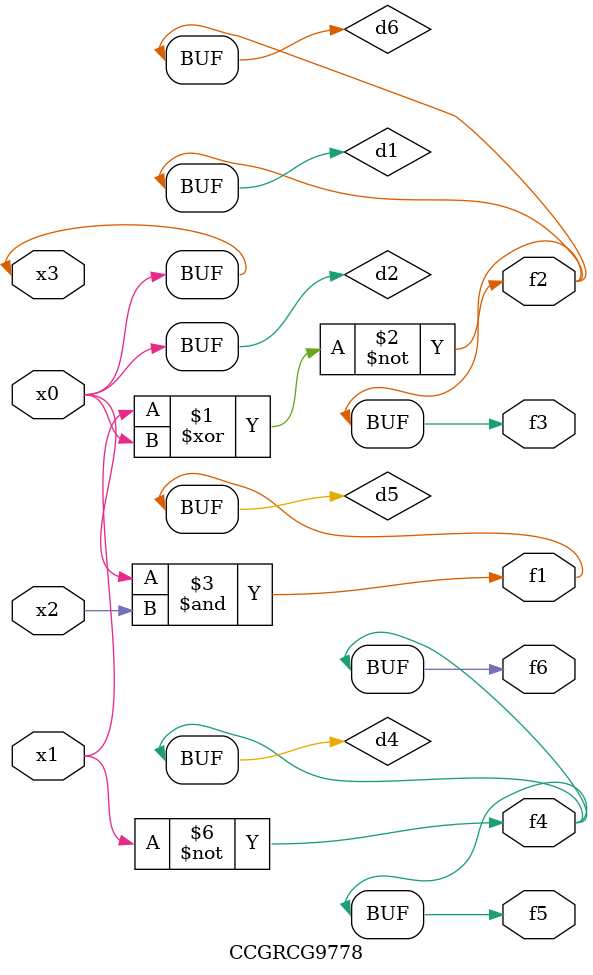
<source format=v>
module CCGRCG9778(
	input x0, x1, x2, x3,
	output f1, f2, f3, f4, f5, f6
);

	wire d1, d2, d3, d4, d5, d6;

	xnor (d1, x1, x3);
	buf (d2, x0, x3);
	nand (d3, x0, x2);
	not (d4, x1);
	nand (d5, d3);
	or (d6, d1);
	assign f1 = d5;
	assign f2 = d6;
	assign f3 = d6;
	assign f4 = d4;
	assign f5 = d4;
	assign f6 = d4;
endmodule

</source>
